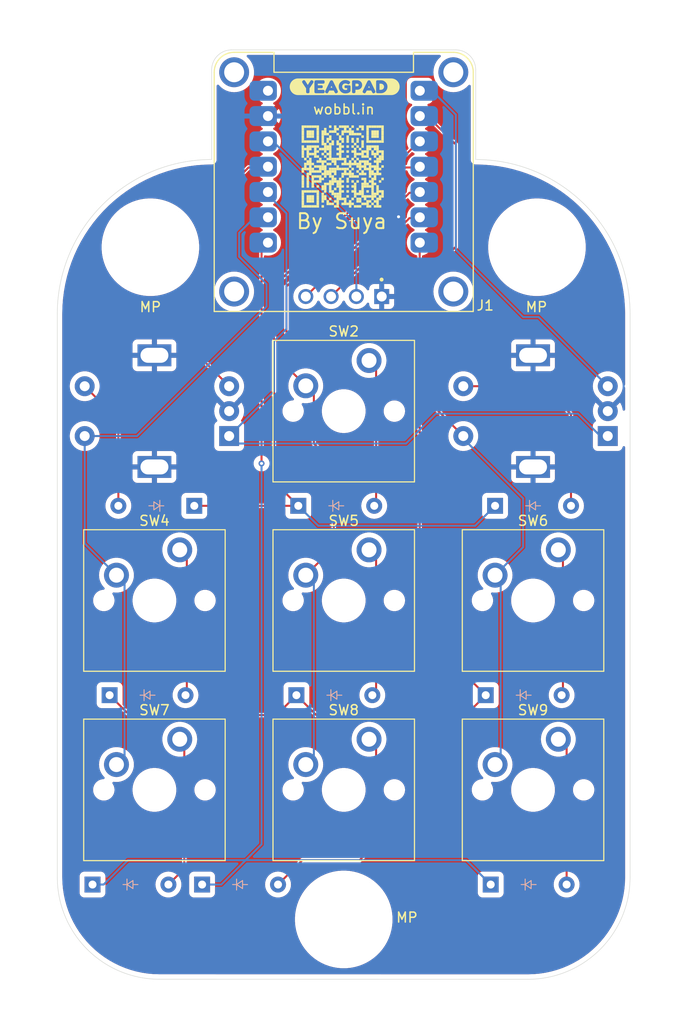
<source format=kicad_pcb>
(kicad_pcb (version 20240108) (generator "pcbnew") (generator_version "8.0")
  (layers (0 "F.Cu" signal) (31 "B.Cu" signal) (34 "B.Paste" user) (35 "F.Paste" user) (36 "B.SilkS" user "B.Silkscreen") (37 "F.SilkS" user "F.Silkscreen") (38 "B.Mask" user) (39 "F.Mask" user) (44 "Edge.Cuts" user))
  (net 0 "")
  (net 1 "Net-(D1-A)")
  (net 2 "R0")
  (net 3 "Net-(D2-A)")
  (net 4 "Net-(D3-A)")
  (net 5 "R1")
  (net 6 "Net-(D4-A)")
  (net 7 "Net-(D5-A)")
  (net 8 "Net-(D6-A)")
  (net 9 "Net-(D7-A)")
  (net 10 "R2")
  (net 11 "Net-(D8-A)")
  (net 12 "Net-(D9-A)")
  (net 13 "SCL")
  (net 14 "VCC")
  (net 15 "SDA")
  (net 16 "GND")
  (net 17 "C1")
  (net 18 "C0")
  (net 19 "C2")
  (net 20 "ENC_SHARED")
  (net 21 "ENC_L")
  (net 22 "ENC_R")
  (footprint "Library:MODULE_DM-OLED096-636" (layer "F.Cu") (at 149.405 58.445 180)
    (property "Reference" "J1" (at -14.2 -12.4 0) (layer "F.SilkS"))
    (property "Value" "OLED_128x64")
    (pad "1" thru_hole rect (at -3.81 -11.5 180) (size 1.508 1.508) (drill 1) (layers "*.Cu" "*.Mask") (net 16 "GND"))
    (pad "2" thru_hole circle (at -1.27 -11.5 180) (size 1.508 1.508) (drill 1) (layers "*.Cu" "*.Mask") (net 14 "VCC"))
    (pad "3" thru_hole circle (at 1.27 -11.5 180) (size 1.508 1.508) (drill 1) (layers "*.Cu" "*.Mask") (net 13 "SCL"))
    (pad "4" thru_hole circle (at 3.81 -11.5 180) (size 1.508 1.508) (drill 1) (layers "*.Cu" "*.Mask") (net 15 "SDA"))
    (pad "MP" thru_hole circle (at -11 -11 180) (size 3 3) (drill 2) (layers "*.Cu" "*.Mask"))
    (pad "MP" thru_hole circle (at -11 11 180) (size 3 3) (drill 2) (layers "*.Cu" "*.Mask"))
    (pad "MP" thru_hole circle (at 11 -11 180) (size 3 3) (drill 2) (layers "*.Cu" "*.Mask"))
    (pad "MP" thru_hole circle (at 11 11 180) (size 3 3) (drill 2) (layers "*.Cu" "*.Mask"))
  )
  (footprint "ScottoKeebs_MX:MX_PCB" (layer "F.Cu") (at 149.405 119.445)
    (property "Reference" "SW8" (at 0 -8 0) (layer "F.SilkS"))
    (property "Value" "SW_Push")
    (pad "" np_thru_hole circle (at -5.08 0) (size 1.75 1.75) (drill 1.75) (layers "*.Cu" "*.Mask"))
    (pad "" np_thru_hole circle (at 0 0) (size 4 4) (drill 4) (layers "*.Cu" "*.Mask"))
    (pad "" np_thru_hole circle (at 5.08 0) (size 1.75 1.75) (drill 1.75) (layers "*.Cu" "*.Mask"))
    (pad "1" thru_hole circle (at -3.81 -2.54) (size 2.5 2.5) (drill 1.5) (layers "*.Cu" "*.Mask") (net 17 "C1"))
    (pad "2" thru_hole circle (at 2.54 -5.08) (size 2.5 2.5) (drill 1.5) (layers "*.Cu" "*.Mask") (net 11 "Net-(D8-A)"))
  )
  (footprint "" (layer "F.Cu") (at 168.8 65)
    (property "Reference" "" (at 0 0 0) (layer "F.SilkS") (effects (font (size 1.27 1.27))))
    (property "Value" "")
    (pad "" np_thru_hole circle (at 0 0) (size 9.4 9.4) (drill 9.4) (layers "F&B.Cu" "*.Mask"))
  )
  (footprint "" (layer "F.Cu") (at 149.405 132.445)
    (property "Reference" "" (at 0 0 0) (layer "F.SilkS") (effects (font (size 1.27 1.27))))
    (property "Value" "")
    (pad "" np_thru_hole circle (at 0 0) (size 9.4 9.4) (drill 9.4) (layers "F&B.Cu" "*.Mask"))
  )
  (footprint "ScottoKeebs_MX:MX_PCB" (layer "F.Cu") (at 130.405 100.445)
    (property "Reference" "SW4" (at 0 -8 0) (layer "F.SilkS"))
    (property "Value" "SW_Push")
    (pad "" np_thru_hole circle (at -5.08 0) (size 1.75 1.75) (drill 1.75) (layers "*.Cu" "*.Mask"))
    (pad "" np_thru_hole circle (at 0 0) (size 4 4) (drill 4) (layers "*.Cu" "*.Mask"))
    (pad "" np_thru_hole circle (at 5.08 0) (size 1.75 1.75) (drill 1.75) (layers "*.Cu" "*.Mask"))
    (pad "1" thru_hole circle (at -3.81 -2.54) (size 2.5 2.5) (drill 1.5) (layers "*.Cu" "*.Mask") (net 18 "C0"))
    (pad "2" thru_hole circle (at 2.54 -5.08) (size 2.5 2.5) (drill 1.5) (layers "*.Cu" "*.Mask") (net 6 "Net-(D4-A)"))
  )
  (footprint "ScottoKeebs_Scotto:Encoder_EC11_MX" (layer "F.Cu") (at 130.405 81.445 180)
    (property "Reference" "SW1" (hide yes))
    (property "Value" "RotaryEncoder_Switch_MP" (hide yes))
    (pad "A" thru_hole rect (at -7.5 -2.5 180) (size 2 2) (drill 1) (layers "*.Cu" "*.Mask") (net 20 "ENC_SHARED"))
    (pad "B" thru_hole circle (at -7.5 2.5 180) (size 2 2) (drill 1) (layers "*.Cu" "*.Mask") (net 21 "ENC_L"))
    (pad "C" thru_hole circle (at -7.5 0 180) (size 2 2) (drill 1) (layers "*.Cu" "*.Mask") (net 16 "GND"))
    (pad "MP" thru_hole rect (at 0 -5.6 180) (size 3.4 2.2) (drill oval 2.8 1.5) (layers "*.Cu" "*.Mask") (net 16 "GND"))
    (pad "MP" thru_hole rect (at 0 5.6 180) (size 3.4 2.2) (drill oval 2.8 1.5) (layers "*.Cu" "*.Mask") (net 16 "GND"))
    (pad "S1" thru_hole circle (at 7 2.5 180) (size 2 2) (drill 1) (layers "*.Cu" "*.Mask") (net 1 "Net-(D1-A)"))
    (pad "S2" thru_hole circle (at 7 -2.5 180) (size 2 2) (drill 1) (layers "*.Cu" "*.Mask") (net 18 "C0"))
  )
  (footprint "ScottoKeebs_MX:MX_PCB" (layer "F.Cu") (at 168.405 119.445)
    (property "Reference" "SW9" (at 0 -8 0) (layer "F.SilkS"))
    (property "Value" "SW_Push")
    (pad "" np_thru_hole circle (at -5.08 0) (size 1.75 1.75) (drill 1.75) (layers "*.Cu" "*.Mask"))
    (pad "" np_thru_hole circle (at 0 0) (size 4 4) (drill 4) (layers "*.Cu" "*.Mask"))
    (pad "" np_thru_hole circle (at 5.08 0) (size 1.75 1.75) (drill 1.75) (layers "*.Cu" "*.Mask"))
    (pad "1" thru_hole circle (at -3.81 -2.54) (size 2.5 2.5) (drill 1.5) (layers "*.Cu" "*.Mask") (net 19 "C2"))
    (pad "2" thru_hole circle (at 2.54 -5.08) (size 2.5 2.5) (drill 1.5) (layers "*.Cu" "*.Mask") (net 12 "Net-(D9-A)"))
  )
  (footprint "ScottoKeebs_MX:MX_PCB" (layer "F.Cu") (at 130.405 119.445)
    (property "Reference" "SW7" (at 0 -8 0) (layer "F.SilkS"))
    (property "Value" "SW_Push")
    (pad "" np_thru_hole circle (at -5.08 0) (size 1.75 1.75) (drill 1.75) (layers "*.Cu" "*.Mask"))
    (pad "" np_thru_hole circle (at 0 0) (size 4 4) (drill 4) (layers "*.Cu" "*.Mask"))
    (pad "" np_thru_hole circle (at 5.08 0) (size 1.75 1.75) (drill 1.75) (layers "*.Cu" "*.Mask"))
    (pad "1" thru_hole circle (at -3.81 -2.54) (size 2.5 2.5) (drill 1.5) (layers "*.Cu" "*.Mask") (net 18 "C0"))
    (pad "2" thru_hole circle (at 2.54 -5.08) (size 2.5 2.5) (drill 1.5) (layers "*.Cu" "*.Mask") (net 9 "Net-(D7-A)"))
  )
  (footprint "ScottoKeebs_MX:MX_PCB" (layer "F.Cu") (at 149.405 81.445)
    (property "Reference" "SW2" (at 0 -8 0) (layer "F.SilkS"))
    (property "Value" "SW_Push")
    (pad "" np_thru_hole circle (at -5.08 0) (size 1.75 1.75) (drill 1.75) (layers "*.Cu" "*.Mask"))
    (pad "" np_thru_hole circle (at 0 0) (size 4 4) (drill 4) (layers "*.Cu" "*.Mask"))
    (pad "" np_thru_hole circle (at 5.08 0) (size 1.75 1.75) (drill 1.75) (layers "*.Cu" "*.Mask"))
    (pad "1" thru_hole circle (at -3.81 -2.54) (size 2.5 2.5) (drill 1.5) (layers "*.Cu" "*.Mask") (net 17 "C1"))
    (pad "2" thru_hole circle (at 2.54 -5.08) (size 2.5 2.5) (drill 1.5) (layers "*.Cu" "*.Mask") (net 3 "Net-(D2-A)"))
  )
  (footprint "" (layer "F.Cu") (at 130 65)
    (property "Reference" "" (at 0 0 0) (layer "F.SilkS") (effects (font (size 1.27 1.27))))
    (property "Value" "")
    (pad "" np_thru_hole circle (at 0 0) (size 9.4 9.4) (drill 9.4) (layers "F&B.Cu" "*.Mask"))
  )
  (footprint "ScottoKeebs_MX:MX_PCB" (layer "F.Cu") (at 149.405 100.445)
    (property "Reference" "SW5" (at 0 -8 0) (layer "F.SilkS"))
    (property "Value" "SW_Push")
    (pad "" np_thru_hole circle (at -5.08 0) (size 1.75 1.75) (drill 1.75) (layers "*.Cu" "*.Mask"))
    (pad "" np_thru_hole circle (at 0 0) (size 4 4) (drill 4) (layers "*.Cu" "*.Mask"))
    (pad "" np_thru_hole circle (at 5.08 0) (size 1.75 1.75) (drill 1.75) (layers "*.Cu" "*.Mask"))
    (pad "1" thru_hole circle (at -3.81 -2.54) (size 2.5 2.5) (drill 1.5) (layers "*.Cu" "*.Mask") (net 17 "C1"))
    (pad "2" thru_hole circle (at 2.54 -5.08) (size 2.5 2.5) (drill 1.5) (layers "*.Cu" "*.Mask") (net 7 "Net-(D5-A)"))
  )
  (footprint "kibuzzard-67AA371A" (layer "F.Cu") (at 149.5 48.9)
    (property "Reference" "kibuzzard-67AA371A" (hide yes))
    (property "Value" "G***" (hide yes))
  )
  (footprint "ScottoKeebs_Scotto:Encoder_EC11_MX" (layer "F.Cu") (at 168.405 81.445 180)
    (property "Reference" "SW3" (hide yes))
    (property "Value" "RotaryEncoder_Switch_MP" (hide yes))
    (pad "A" thru_hole rect (at -7.5 -2.5 180) (size 2 2) (drill 1) (layers "*.Cu" "*.Mask") (net 20 "ENC_SHARED"))
    (pad "B" thru_hole circle (at -7.5 2.5 180) (size 2 2) (drill 1) (layers "*.Cu" "*.Mask") (net 22 "ENC_R"))
    (pad "C" thru_hole circle (at -7.5 0 180) (size 2 2) (drill 1) (layers "*.Cu" "*.Mask") (net 16 "GND"))
    (pad "MP" thru_hole rect (at 0 -5.6 180) (size 3.4 2.2) (drill oval 2.8 1.5) (layers "*.Cu" "*.Mask") (net 16 "GND"))
    (pad "MP" thru_hole rect (at 0 5.6 180) (size 3.4 2.2) (drill oval 2.8 1.5) (layers "*.Cu" "*.Mask") (net 16 "GND"))
    (pad "S1" thru_hole circle (at 7 2.5 180) (size 2 2) (drill 1) (layers "*.Cu" "*.Mask") (net 4 "Net-(D3-A)"))
    (pad "S2" thru_hole circle (at 7 -2.5 180) (size 2 2) (drill 1) (layers "*.Cu" "*.Mask") (net 19 "C2"))
  )
  (footprint "ScottoKeebs_MX:MX_PCB" (layer "F.Cu") (at 168.405 100.445)
    (property "Reference" "SW6" (at 0 -8 0) (layer "F.SilkS"))
    (property "Value" "SW_Push")
    (pad "" np_thru_hole circle (at -5.08 0) (size 1.75 1.75) (drill 1.75) (layers "*.Cu" "*.Mask"))
    (pad "" np_thru_hole circle (at 0 0) (size 4 4) (drill 4) (layers "*.Cu" "*.Mask"))
    (pad "" np_thru_hole circle (at 5.08 0) (size 1.75 1.75) (drill 1.75) (layers "*.Cu" "*.Mask"))
    (pad "1" thru_hole circle (at -3.81 -2.54) (size 2.5 2.5) (drill 1.5) (layers "*.Cu" "*.Mask") (net 19 "C2"))
    (pad "2" thru_hole circle (at 2.54 -5.08) (size 2.5 2.5) (drill 1.5) (layers "*.Cu" "*.Mask") (net 8 "Net-(D6-A)"))
  )
  (footprint "Library:WobblQR" (layer "F.Cu") (at 149.3 56.9)
    (property "Reference" "QR*****" (hide yes))
    (property "Value" "WobblQR" (hide yes))
  )
  (footprint "ScottoKeebs_MCU:Seeed_XIAO_RP2040" (layer "B.Cu") (at 149.42 56.92 180)
    (property "Reference" "U1" (hide yes))
    (property "Value" "XIAO-RP2040-DIP")
    (pad "1" smd roundrect (at -8.065 7.62 180) (size 2.75 2) (layers "B.Cu" "B.Paste" "B.Mask") (net 22 "ENC_R"))
    (pad "1" thru_hole rect (at -7.62 7.62 90) (size 1.6 1.6) (drill 1) (layers "*.Cu" "*.Mask") (net 22 "ENC_R"))
    (pad "2" smd roundrect (at -8.065 5.08 180) (size 2.75 2) (layers "B.Cu" "B.Paste" "B.Mask") (net 19 "C2"))
    (pad "2" thru_hole circle (at -7.62 5.08 90) (size 1.6 1.6) (drill 1) (layers "*.Cu" "*.Mask") (net 19 "C2"))
    (pad "3" smd roundrect (at -8.065 2.54 180) (size 2.75 2) (layers "B.Cu" "B.Paste" "B.Mask") (net 2 "R0"))
    (pad "3" thru_hole circle (at -7.62 2.54 90) (size 1.6 1.6) (drill 1) (layers "*.Cu" "*.Mask") (net 2 "R0"))
    (pad "4" smd roundrect (at -8.065 0 180) (size 2.75 2) (layers "B.Cu" "B.Paste" "B.Mask") (net 17 "C1"))
    (pad "4" thru_hole circle (at -7.62 0 90) (size 1.6 1.6) (drill 1) (layers "*.Cu" "*.Mask") (net 17 "C1"))
    (pad "5" smd roundrect (at -8.065 -2.54 180) (size 2.75 2) (layers "B.Cu" "B.Paste" "B.Mask") (net 15 "SDA"))
    (pad "5" thru_hole circle (at -7.62 -2.54 90) (size 1.6 1.6) (drill 1) (layers "*.Cu" "*.Mask") (net 15 "SDA"))
    (pad "6" smd roundrect (at -8.065 -5.08 180) (size 2.75 2) (layers "B.Cu" "B.Paste" "B.Mask") (net 13 "SCL"))
    (pad "6" thru_hole circle (at -7.62 -5.08 90) (size 1.6 1.6) (drill 1) (layers "*.Cu" "*.Mask") (net 13 "SCL"))
    (pad "7" smd roundrect (at -8.065 -7.62 180) (size 2.75 2) (layers "B.Cu" "B.Paste" "B.Mask") (net 5 "R1"))
    (pad "7" thru_hole circle (at -7.62 -7.62 90) (size 1.6 1.6) (drill 1) (layers "*.Cu" "*.Mask") (net 5 "R1"))
    (pad "8" thru_hole circle (at 7.62 -7.62 90) (size 1.6 1.6) (drill 1) (layers "*.Cu" "*.Mask") (net 10 "R2"))
    (pad "8" smd roundrect (at 8.1 -7.62 180) (size 2.75 2) (layers "B.Cu" "B.Paste" "B.Mask") (net 10 "R2"))
    (pad "9" thru_hole circle (at 7.62 -5.08 90) (size 1.6 1.6) (drill 1) (layers "*.Cu" "*.Mask") (net 18 "C0"))
    (pad "9" smd roundrect (at 8.1 -5.08 180) (size 2.75 2) (layers "B.Cu" "B.Paste" "B.Mask") (net 18 "C0"))
    (pad "10" thru_hole circle (at 7.62 -2.54 90) (size 1.6 1.6) (drill 1) (layers "*.Cu" "*.Mask") (net 20 "ENC_SHARED"))
    (pad "10" smd roundrect (at 8.1 -2.54 180) (size 2.75 2) (layers "B.Cu" "B.Paste" "B.Mask") (net 20 "ENC_SHARED"))
    (pad "11" thru_hole circle (at 7.62 0 90) (size 1.6 1.6) (drill 1) (layers "*.Cu" "*.Mask") (net 21 "ENC_L"))
    (pad "11" smd roundrect (at 8.1 0 180) (size 2.75 2) (layers "B.Cu" "B.Paste" "B.Mask") (net 21 "ENC_L"))
    (pad "12" thru_hole circle (at 7.62 2.54 90) (size 1.6 1.6) (drill 1) (layers "*.Cu" "*.Mask") (net 14 "VCC"))
    (pad "12" smd roundrect (at 8.1 2.54 180) (size 2.75 2) (layers "B.Cu" "B.Paste" "B.Mask") (net 14 "VCC"))
    (pad "13" thru_hole circle (at 7.62 5.08 90) (size 1.6 1.6) (drill 1) (layers "*.Cu" "*.Mask") (net 16 "GND"))
    (pad "13" smd roundrect (at 8.1 5.08 180) (size 2.75 2) (layers "B.Cu" "B.Paste" "B.Mask") (net 16 "GND"))
    (pad "14" thru_hole circle (at 7.62 7.62 90) (size 1.6 1.6) (drill 1) (layers "*.Cu" "*.Mask"))
    (pad "14" smd roundrect (at 8.1 7.62 180) (size 2.75 2) (layers "B.Cu" "B.Paste" "B.Mask"))
  )
  (footprint "ScottoKeebs_Components:Diode_DO-35" (layer "B.Cu") (at 144.845 90.945)
    (property "Reference" "D2" (hide yes))
    (property "Value" "D" (hide yes))
    (pad "1" thru_hole rect (at 0 0) (size 1.6 1.6) (drill 0.8) (layers "*.Cu" "*.Mask") (net 2 "R0"))
    (pad "2" thru_hole oval (at 7.62 0) (size 1.6 1.6) (drill 0.8) (layers "*.Cu" "*.Mask") (net 3 "Net-(D2-A)"))
  )
  (footprint "ScottoKeebs_Components:Diode_DO-35" (layer "B.Cu") (at 135.19 128.945)
    (property "Reference" "D8" (hide yes))
    (property "Value" "D" (hide yes))
    (pad "1" thru_hole rect (at 0 0) (size 1.6 1.6) (drill 0.8) (layers "*.Cu" "*.Mask") (net 10 "R2"))
    (pad "2" thru_hole oval (at 7.62 0) (size 1.6 1.6) (drill 0.8) (layers "*.Cu" "*.Mask") (net 11 "Net-(D8-A)"))
  )
  (footprint "ScottoKeebs_Components:Diode_DO-35" (layer "B.Cu") (at 164.595 90.945)
    (property "Reference" "D3" (hide yes))
    (property "Value" "D" (hide yes))
    (pad "1" thru_hole rect (at 0 0) (size 1.6 1.6) (drill 0.8) (layers "*.Cu" "*.Mask") (net 2 "R0"))
    (pad "2" thru_hole oval (at 7.62 0) (size 1.6 1.6) (drill 0.8) (layers "*.Cu" "*.Mask") (net 4 "Net-(D3-A)"))
  )
  (footprint "ScottoKeebs_Components:Diode_DO-35" (layer "B.Cu") (at 164.155 128.945)
    (property "Reference" "D9" (hide yes))
    (property "Value" "D" (hide yes))
    (pad "1" thru_hole rect (at 0 0) (size 1.6 1.6) (drill 0.8) (layers "*.Cu" "*.Mask") (net 10 "R2"))
    (pad "2" thru_hole oval (at 7.62 0) (size 1.6 1.6) (drill 0.8) (layers "*.Cu" "*.Mask") (net 12 "Net-(D9-A)"))
  )
  (footprint "ScottoKeebs_Components:Diode_DO-35" (layer "B.Cu") (at 124.19 128.945)
    (property "Reference" "D7" (hide yes))
    (property "Value" "D" (hide yes))
    (pad "1" thru_hole rect (at 0 0) (size 1.6 1.6) (drill 0.8) (layers "*.Cu" "*.Mask") (net 10 "R2"))
    (pad "2" thru_hole oval (at 7.62 0) (size 1.6 1.6) (drill 0.8) (layers "*.Cu" "*.Mask") (net 9 "Net-(D7-A)"))
  )
  (footprint "ScottoKeebs_Components:Diode_DO-35" (layer "B.Cu") (at 125.905 109.945)
    (property "Reference" "D4" (hide yes))
    (property "Value" "D" (hide yes))
    (pad "1" thru_hole rect (at 0 0) (size 1.6 1.6) (drill 0.8) (layers "*.Cu" "*.Mask") (net 5 "R1"))
    (pad "2" thru_hole oval (at 7.62 0) (size 1.6 1.6) (drill 0.8) (layers "*.Cu" "*.Mask") (net 6 "Net-(D4-A)"))
  )
  (footprint "ScottoKeebs_Components:Diode_DO-35" (layer "B.Cu") (at 163.655 109.945)
    (property "Reference" "D6" (hide yes))
    (property "Value" "D" (hide yes))
    (pad "1" thru_hole rect (at 0 0) (size 1.6 1.6) (drill 0.8) (layers "*.Cu" "*.Mask") (net 5 "R1"))
    (pad "2" thru_hole oval (at 7.62 0) (size 1.6 1.6) (drill 0.8) (layers "*.Cu" "*.Mask") (net 8 "Net-(D6-A)"))
  )
  (footprint "ScottoKeebs_Components:Diode_DO-35" (layer "B.Cu") (at 144.655 109.945)
    (property "Reference" "D5" (hide yes))
    (property "Value" "D" (hide yes))
    (pad "1" thru_hole rect (at 0 0) (size 1.6 1.6) (drill 0.8) (layers "*.Cu" "*.Mask") (net 5 "R1"))
    (pad "2" thru_hole oval (at 7.62 0) (size 1.6 1.6) (drill 0.8) (layers "*.Cu" "*.Mask") (net 7 "Net-(D5-A)"))
  )
  (footprint "ScottoKeebs_Components:Diode_DO-35" (layer "B.Cu") (at 134.405 90.945 180)
    (property "Reference" "D1" (hide yes))
    (property "Value" "D" (hide yes))
    (pad "1" thru_hole rect (at 0 0 180) (size 1.6 1.6) (drill 0.8) (layers "*.Cu" "*.Mask") (net 2 "R0"))
    (pad "2" thru_hole oval (at 7.62 0 180) (size 1.6 1.6) (drill 0.8) (layers "*.Cu" "*.Mask") (net 1 "Net-(D1-A)"))
  )
  (gr_line (start 136.15 56.2) (end 136.15 47.2) (stroke (width 0.05)) (layer "Edge.Cuts"))
  (gr_arc (start 178.145 128.2) (mid 175.142845 135.447845) (end 167.895 138.45) (stroke (width 0.05)) (layer "Edge.Cuts"))
  (gr_arc (start 162.65 56.2) (mid 173.60662 60.73838) (end 178.145 71.695) (stroke (width 0.05)) (layer "Edge.Cuts"))
  (gr_line (start 120.655 128.195) (end 120.655 71.695) (stroke (width 0.05)) (layer "Edge.Cuts"))
  (gr_arc (start 136.15 47.2) (mid 136.735786 45.785786) (end 138.15 45.2) (stroke (width 0.05)) (layer "Edge.Cuts"))
  (gr_line (start 130.905 138.445) (end 167.895 138.45) (stroke (width 0.05)) (layer "Edge.Cuts"))
  (gr_arc (start 160.65 45.2) (mid 162.064214 45.785786) (end 162.65 47.2) (stroke (width 0.05)) (layer "Edge.Cuts"))
  (gr_arc (start 130.905 138.445) (mid 123.657155 135.442845) (end 120.655 128.195) (stroke (width 0.05)) (layer "Edge.Cuts"))
  (gr_arc (start 120.655 71.695) (mid 125.19338 60.73838) (end 136.15 56.2) (stroke (width 0.05)) (layer "Edge.Cuts"))
  (gr_line (start 178.145 71.695) (end 178.145 128.2) (stroke (width 0.05)) (layer "Edge.Cuts"))
  (gr_line (start 138.15 45.2) (end 160.65 45.2) (stroke (width 0.05)) (layer "Edge.Cuts"))
  (gr_line (start 162.65 56.2) (end 162.65 47.2) (stroke (width 0.05)) (layer "Edge.Cuts"))
  (gr_text "MP" (at 155.75 132.25 0) (layer "F.SilkS") (effects (font (size 1 1))))
  (gr_text "MP" (at 130 71 0) (layer "F.SilkS") (effects (font (size 1 1))))
  (gr_text "By Suya" (at 149.2 62.4 0) (layer "F.SilkS") (effects (font (size 1.5 1.5) (thickness 0.2) (bold yes))))
  (gr_text "wobbl.in" (at 146.25 51.75 0) (layer "F.SilkS") (effects (font (size 1 1)) (justify left bottom)))
  (gr_text "MP" (at 168.75 71 0) (layer "F.SilkS") (effects (font (size 1 1))))
  (segment (start 126.785 90.945) (end 126.785 82.325) (width 0.2) (layer "F.Cu") (net 1))
  (segment (start 126.785 82.325) (end 123.405 78.945) (width 0.2) (layer "F.Cu") (net 1))
  (segment (start 142.405 68.945) (end 142.405 88.505) (width 0.2) (layer "F.Cu") (net 2))
  (segment (start 156.89 54.46) (end 142.405 68.945) (width 0.2) (layer "F.Cu") (net 2))
  (segment (start 142.405 88.505) (end 144.845 90.945) (width 0.2) (layer "F.Cu") (net 2))
  (segment (start 157.625 54.46) (end 156.89 54.46) (width 0.2) (layer "F.Cu") (net 2))
  (segment (start 144.845 90.945) (end 134.405 90.945) (width 0.2) (layer "F.Cu") (net 2))
  (segment (start 144.845 90.945) (end 146.845 92.945) (width 0.2) (layer "B.Cu") (net 2))
  (segment (start 162.595 92.945) (end 164.595 90.945) (width 0.2) (layer "B.Cu") (net 2))
  (segment (start 146.845 92.945) (end 162.595 92.945) (width 0.2) (layer "B.Cu") (net 2))
  (segment (start 152.655 90.755) (end 152.465 90.945) (width 0.2) (layer "F.Cu") (net 3))
  (segment (start 152.655 77.075) (end 152.655 90.755) (width 0.2) (layer "F.Cu") (net 3))
  (segment (start 151.945 76.365) (end 152.655 77.075) (width 0.2) (layer "F.Cu") (net 3))
  (segment (start 172.215 81.755) (end 169.405 78.945) (width 0.2) (layer "F.Cu") (net 4))
  (segment (start 172.215 90.945) (end 172.215 81.755) (width 0.2) (layer "F.Cu") (net 4))
  (segment (start 169.405 78.945) (end 161.405 78.945) (width 0.2) (layer "F.Cu") (net 4))
  (segment (start 146.655 111.945) (end 144.655 109.945) (width 0.2) (layer "F.Cu") (net 5))
  (segment (start 127.905 111.945) (end 125.905 109.945) (width 0.2) (layer "F.Cu") (net 5))
  (segment (start 142.655 111.945) (end 127.905 111.945) (width 0.2) (layer "F.Cu") (net 5))
  (segment (start 157.025 103.315) (end 157.025 64.815) (width 0.2) (layer "F.Cu") (net 5))
  (segment (start 161.655 111.945) (end 146.655 111.945) (width 0.2) (layer "F.Cu") (net 5))
  (segment (start 144.655 109.945) (end 142.655 111.945) (width 0.2) (layer "F.Cu") (net 5))
  (segment (start 163.655 109.945) (end 157.025 103.315) (width 0.2) (layer "F.Cu") (net 5))
  (segment (start 163.655 109.945) (end 161.655 111.945) (width 0.2) (layer "F.Cu") (net 5))
  (segment (start 132.945 95.365) (end 133.655 96.075) (width 0.2) (layer "F.Cu") (net 6))
  (segment (start 133.655 96.075) (end 133.655 109.815) (width 0.2) (layer "F.Cu") (net 6))
  (segment (start 133.655 109.815) (end 133.525 109.945) (width 0.2) (layer "F.Cu") (net 6))
  (segment (start 152.655 96.075) (end 152.655 109.565) (width 0.2) (layer "F.Cu") (net 7))
  (segment (start 152.655 109.565) (end 152.275 109.945) (width 0.2) (layer "F.Cu") (net 7))
  (segment (start 151.945 95.365) (end 152.655 96.075) (width 0.2) (layer "F.Cu") (net 7))
  (segment (start 171.405 109.815) (end 171.275 109.945) (width 0.2) (layer "F.Cu") (net 8))
  (segment (start 170.945 95.365) (end 171.405 95.825) (width 0.2) (layer "F.Cu") (net 8))
  (segment (start 171.405 95.825) (end 171.405 109.815) (width 0.2) (layer "F.Cu") (net 8))
  (segment (start 131.81 128.945) (end 133.405 127.35) (width 0.2) (layer "F.Cu") (net 9))
  (segment (start 133.405 114.825) (end 133.405 126.5) (width 0.2) (layer "F.Cu") (net 9))
  (segment (start 133.405 127.35) (end 133.405 126.5) (width 0.2) (layer "F.Cu") (net 9))
  (segment (start 132.945 114.365) (end 133.405 114.825) (width 0.2) (layer "F.Cu") (net 9))
  (segment (start 141.155 65.445) (end 141.785 64.815) (width 0.2) (layer "F.Cu") (net 10))
  (segment (start 141.155 86.695) (end 141.155 65.445) (width 0.2) (layer "F.Cu") (net 10))
  (via (at 141.155 86.695) (size 0.6) (drill 0.3) (layers "F.Cu" "B.Cu") (net 10))
  (segment (start 124.19 128.945) (end 125.305 128.945) (width 0.2) (layer "B.Cu") (net 10))
  (segment (start 125.305 128.945) (end 127.75 126.5) (width 0.2) (layer "B.Cu") (net 10))
  (segment (start 127.75 126.5) (end 161.71 126.5) (width 0.2) (layer "B.Cu") (net 10))
  (segment (start 141.155 124.905) (end 141.155 86.695) (width 0.2) (layer "B.Cu") (net 10))
  (segment (start 161.71 126.5) (end 164.155 128.945) (width 0.2) (layer "B.Cu") (net 10))
  (segment (start 137.115 128.945) (end 135.19 128.945) (width 0.2) (layer "B.Cu") (net 10))
  (segment (start 141.155 124.905) (end 137.115 128.945) (width 0.2) (layer "B.Cu") (net 10))
  (segment (start 152.655 124.845) (end 152.655 115.075) (width 0.2) (layer "F.Cu") (net 11))
  (segment (start 145.255 126.5) (end 151 126.5) (width 0.2) (layer "F.Cu") (net 11))
  (segment (start 142.81 128.945) (end 145.255 126.5) (width 0.2) (layer "F.Cu") (net 11))
  (segment (start 151 126.5) (end 152.655 124.845) (width 0.2) (layer "F.Cu") (net 11))
  (segment (start 152.655 115.075) (end 151.945 114.365) (width 0.2) (layer "F.Cu") (net 11))
  (segment (start 171.775 115.195) (end 170.945 114.365) (width 0.2) (layer "F.Cu") (net 12))
  (segment (start 171.775 128.945) (end 171.775 115.195) (width 0.2) (layer "F.Cu") (net 12))
  (segment (start 156 62.08) (end 148.135 69.945) (width 0.2) (layer "F.Cu") (net 13))
  (segment (start 157.625 62.08) (end 156 62.08) (width 0.2) (layer "F.Cu") (net 13))
  (segment (start 150.675 70) (end 150.675 62.75) (width 0.2) (layer "B.Cu") (net 14))
  (segment (start 150.675 62.75) (end 142.385 54.46) (width 0.2) (layer "B.Cu") (net 14))
  (segment (start 157.625 59.54) (end 156 59.54) (width 0.2) (layer "F.Cu") (net 15))
  (segment (start 156 59.54) (end 145.595 69.945) (width 0.2) (layer "F.Cu") (net 15))
  (via (at 154.905 61.945) (size 0.6) (drill 0.3) (layers "F.Cu" "B.Cu") (net 16))
  (segment (start 177.5 79.85) (end 177.5 76.2) (width 0.2) (layer "B.Cu") (net 16))
  (segment (start 175.905 81.445) (end 177.5 79.85) (width 0.2) (layer "B.Cu") (net 16))
  (segment (start 146.405 84.695) (end 146.405 79.715) (width 0.2) (layer "F.Cu") (net 17))
  (segment (start 148.405 95.095) (end 148.405 86.695) (width 0.2) (layer "F.Cu") (net 17))
  (segment (start 157.625 57) (end 155.6 57) (width 0.2) (layer "F.Cu") (net 17))
  (segment (start 143.655 76.965) (end 145.595 78.905) (width 0.2) (layer "F.Cu") (net 17))
  (segment (start 148.405 86.695) (end 146.405 84.695) (width 0.2) (layer "F.Cu") (net 17))
  (segment (start 145.595 97.905) (end 148.405 95.095) (width 0.2) (layer "F.Cu") (net 17))
  (segment (start 143.655 68.945) (end 143.655 76.965) (width 0.2) (layer "F.Cu") (net 17))
  (segment (start 155.6 57) (end 143.655 68.945) (width 0.2) (layer "F.Cu") (net 17))
  (segment (start 146.405 79.715) (end 145.595 78.905) (width 0.2) (layer "F.Cu") (net 17))
  (segment (start 145.595 97.905) (end 146.405 97.095) (width 0.2) (layer "B.Cu") (net 17))
  (segment (start 145.595 116.905) (end 146.405 116.095) (width 0.2) (layer "B.Cu") (net 17))
  (segment (start 146.405 79.715) (end 145.595 78.905) (width 0.2) (layer "B.Cu") (net 17))
  (segment (start 146.405 98.715) (end 145.595 97.905) (width 0.2) (layer "B.Cu") (net 17))
  (segment (start 146.405 116.095) (end 146.405 98.715) (width 0.2) (layer "B.Cu") (net 17))
  (segment (start 128.655 83.945) (end 123.405 83.945) (width 0.2) (layer "B.Cu") (net 18))
  (segment (start 138.905 65.945) (end 141.655 68.695) (width 0.2) (layer "B.Cu") (net 18))
  (segment (start 127.405 98.715) (end 126.595 97.905) (width 0.2) (layer "B.Cu") (net 18))
  (segment (start 140.19 62.275) (end 138.905 63.56) (width 0.2) (layer "B.Cu") (net 18))
  (segment (start 126.595 116.905) (end 127.405 116.095) (width 0.2) (layer "B.Cu") (net 18))
  (segment (start 141.655 70.945) (end 128.655 83.945) (width 0.2) (layer "B.Cu") (net 18))
  (segment (start 138.905 63.56) (end 138.905 65.945) (width 0.2) (layer "B.Cu") (net 18))
  (segment (start 123.405 94.715) (end 123.405 83.945) (width 0.2) (layer "B.Cu") (net 18))
  (segment (start 127.405 116.095) (end 127.405 98.715) (width 0.2) (layer "B.Cu") (net 18))
  (segment (start 141.655 68.695) (end 141.655 70.945) (width 0.2) (layer "B.Cu") (net 18))
  (segment (start 141.305 62.275) (end 140.19 62.275) (width 0.2) (layer "B.Cu") (net 18))
  (segment (start 126.595 97.905) (end 123.405 94.715) (width 0.2) (layer "B.Cu") (net 18))
  (segment (start 160.655 54.695) (end 158.075 52.115) (width 0.2) (layer "F.Cu") (net 19))
  (segment (start 161.405 83.945) (end 157.905 80.445) (width 0.2) (layer "F.Cu") (net 19))
  (segment (start 157.905 67.695) (end 160.655 64.945) (width 0.2) (layer "F.Cu") (net 19))
  (segment (start 157.905 80.445) (end 157.905 67.695) (width 0.2) (layer "F.Cu") (net 19))
  (segment (start 158.075 52.115) (end 157.025 52.115) (width 0.2) (layer "F.Cu") (net 19))
  (segment (start 160.655 64.945) (end 160.655 54.695) (width 0.2) (layer "F.Cu") (net 19))
  (segment (start 165.155 98.465) (end 164.595 97.905) (width 0.2) (layer "B.Cu") (net 19))
  (segment (start 167.405 90.195) (end 161.405 84.195) (width 0.2) (layer "B.Cu") (net 19))
  (segment (start 165.155 116.345) (end 165.155 98.465) (width 0.2) (layer "B.Cu") (net 19))
  (segment (start 167.405 95.095) (end 167.405 90.195) (width 0.2) (layer "B.Cu") (net 19))
  (segment (start 161.405 84.195) (end 161.405 83.945) (width 0.2) (layer "B.Cu") (net 19))
  (segment (start 164.595 116.905) (end 165.155 116.345) (width 0.2) (layer "B.Cu") (net 19))
  (segment (start 164.595 97.905) (end 167.405 95.095) (width 0.2) (layer "B.Cu") (net 19))
  (segment (start 143.655 73.195) (end 143.655 61.605) (width 0.2) (layer "B.Cu") (net 20))
  (segment (start 137.905 83.945) (end 142.405 79.445) (width 0.2) (layer "B.Cu") (net 20))
  (segment (start 155.655 84.695) (end 138.655 84.695) (width 0.2) (layer "B.Cu") (net 20))
  (segment (start 158.655 81.695) (end 155.655 84.695) (width 0.2) (layer "B.Cu") (net 20))
  (segment (start 172.905 81.695) (end 158.655 81.695) (width 0.2) (layer "B.Cu") (net 20))
  (segment (start 175.155 83.945) (end 172.905 81.695) (width 0.2) (layer "B.Cu") (net 20))
  (segment (start 142.405 79.445) (end 142.405 74.445) (width 0.2) (layer "B.Cu") (net 20))
  (segment (start 175.905 83.945) (end 175.155 83.945) (width 0.2) (layer "B.Cu") (net 20))
  (segment (start 138.655 84.695) (end 137.905 83.945) (width 0.2) (layer "B.Cu") (net 20))
  (segment (start 142.405 74.445) (end 143.655 73.195) (width 0.2) (layer "B.Cu") (net 20))
  (segment (start 143.655 61.605) (end 141.785 59.735) (width 0.2) (layer "B.Cu") (net 20))
  (segment (start 135.5 64.85) (end 135.5 76.54) (width 0.2) (layer "F.Cu") (net 21))
  (segment (start 138.155 62.195) (end 135.5 64.85) (width 0.2) (layer "F.Cu") (net 21))
  (segment (start 135.5 76.54) (end 137.905 78.945) (width 0.2) (layer "F.Cu") (net 21))
  (segment (start 138.155 58.695) (end 138.155 62.195) (width 0.2) (layer "F.Cu") (net 21))
  (segment (start 139.85 57) (end 138.155 58.695) (width 0.2) (layer "F.Cu") (net 21))
  (segment (start 142.385 57) (end 139.85 57) (width 0.2) (layer "F.Cu") (net 21))
  (segment (start 167.405 72) (end 160.655 65.25) (width 0.2) (layer "B.Cu") (net 22))
  (segment (start 158.535 49.575) (end 157.47 49.575) (width 0.2) (layer "B.Cu") (net 22))
  (segment (start 175.905 78.945) (end 168.96 72) (width 0.2) (layer "B.Cu") (net 22))
  (segment (start 160.655 51.695) (end 158.535 49.575) (width 0.2) (layer "B.Cu") (net 22))
  (segment (start 168.96 72) (end 167.405 72) (width 0.2) (layer "B.Cu") (net 22))
  (segment (start 160.655 65.25) (end 160.655 51.695) (width 0.2) (layer "B.Cu") (net 22))
  (zone (net 16) (net_name "GND") (layers "F&B.Cu") (connect_pads (clearance 0.5)) (min_thickness 0.25) (fill yes (thermal_gap 0.5) (thermal_bridge_width 0.5))
    (polygon (pts (xy 115.655 40.195) (xy 182.905 40.195) (xy 183.155 40.445) (xy 182.905 142.945) (xy 114.905 142.945) (xy 115.155 40.695) (xy 115.561031 40.288969)))
  )
)
</source>
